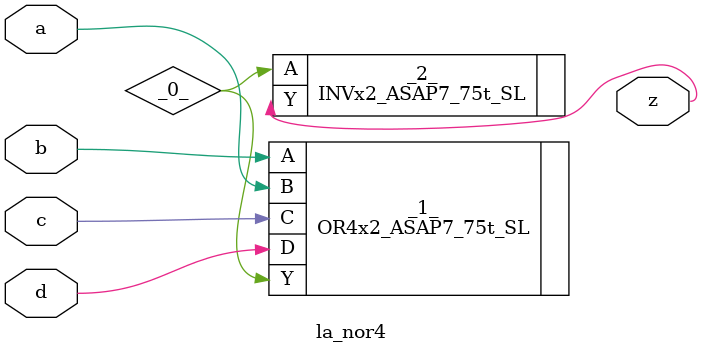
<source format=v>
/* Generated by Yosys 0.37 (git sha1 a5c7f69ed, clang 14.0.0-1ubuntu1.1 -fPIC -Os) */

module la_nor4(a, b, c, d, z);
  wire _0_;
  input a;
  wire a;
  input b;
  wire b;
  input c;
  wire c;
  input d;
  wire d;
  output z;
  wire z;
  OR4x2_ASAP7_75t_SL _1_ (
    .A(b),
    .B(a),
    .C(c),
    .D(d),
    .Y(_0_)
  );
  INVx2_ASAP7_75t_SL _2_ (
    .A(_0_),
    .Y(z)
  );
endmodule

</source>
